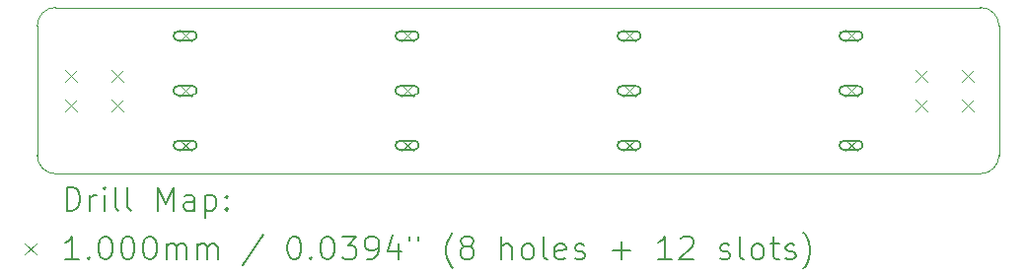
<source format=gbr>
%FSLAX45Y45*%
G04 Gerber Fmt 4.5, Leading zero omitted, Abs format (unit mm)*
G04 Created by KiCad (PCBNEW (6.0.0)) date 2022-03-07 23:18:23*
%MOMM*%
%LPD*%
G01*
G04 APERTURE LIST*
%TA.AperFunction,Profile*%
%ADD10C,0.100000*%
%TD*%
%ADD11C,0.200000*%
%ADD12C,0.100000*%
G04 APERTURE END LIST*
D10*
X16905810Y-6032120D02*
G75*
G03*
X16747070Y-5873380I-158740J0D01*
G01*
X8651330Y-6032120D02*
X8651330Y-7143300D01*
X8810070Y-5873380D02*
X16747070Y-5873380D01*
X16905810Y-6032120D02*
X16905810Y-7143300D01*
X16747070Y-7302040D02*
G75*
G03*
X16905810Y-7143300I0J158740D01*
G01*
X8651330Y-7143300D02*
G75*
G03*
X8810070Y-7302040I158740J0D01*
G01*
X8810070Y-5873380D02*
G75*
G03*
X8651330Y-6032120I0J-158740D01*
G01*
X8810070Y-7302040D02*
X16747070Y-7302040D01*
D11*
D12*
X8890550Y-6412710D02*
X8990550Y-6512710D01*
X8990550Y-6412710D02*
X8890550Y-6512710D01*
X8890550Y-6666710D02*
X8990550Y-6766710D01*
X8990550Y-6666710D02*
X8890550Y-6766710D01*
X9287400Y-6412710D02*
X9387400Y-6512710D01*
X9387400Y-6412710D02*
X9287400Y-6512710D01*
X9287400Y-6666710D02*
X9387400Y-6766710D01*
X9387400Y-6666710D02*
X9287400Y-6766710D01*
X9871250Y-6067710D02*
X9971250Y-6167710D01*
X9971250Y-6067710D02*
X9871250Y-6167710D01*
D11*
X9861250Y-6157710D02*
X9981250Y-6157710D01*
X9861250Y-6077710D02*
X9981250Y-6077710D01*
X9981250Y-6157710D02*
G75*
G03*
X9981250Y-6077710I0J40000D01*
G01*
X9861250Y-6077710D02*
G75*
G03*
X9861250Y-6157710I0J-40000D01*
G01*
D12*
X9871250Y-6537710D02*
X9971250Y-6637710D01*
X9971250Y-6537710D02*
X9871250Y-6637710D01*
D11*
X9861250Y-6627710D02*
X9981250Y-6627710D01*
X9861250Y-6547710D02*
X9981250Y-6547710D01*
X9981250Y-6627710D02*
G75*
G03*
X9981250Y-6547710I0J40000D01*
G01*
X9861250Y-6547710D02*
G75*
G03*
X9861250Y-6627710I0J-40000D01*
G01*
D12*
X9871250Y-7007710D02*
X9971250Y-7107710D01*
X9971250Y-7007710D02*
X9871250Y-7107710D01*
D11*
X9861250Y-7097710D02*
X9981250Y-7097710D01*
X9861250Y-7017710D02*
X9981250Y-7017710D01*
X9981250Y-7097710D02*
G75*
G03*
X9981250Y-7017710I0J40000D01*
G01*
X9861250Y-7017710D02*
G75*
G03*
X9861250Y-7097710I0J-40000D01*
G01*
D12*
X11776130Y-6067710D02*
X11876130Y-6167710D01*
X11876130Y-6067710D02*
X11776130Y-6167710D01*
D11*
X11766130Y-6157710D02*
X11886130Y-6157710D01*
X11766130Y-6077710D02*
X11886130Y-6077710D01*
X11886130Y-6157710D02*
G75*
G03*
X11886130Y-6077710I0J40000D01*
G01*
X11766130Y-6077710D02*
G75*
G03*
X11766130Y-6157710I0J-40000D01*
G01*
D12*
X11776130Y-6537710D02*
X11876130Y-6637710D01*
X11876130Y-6537710D02*
X11776130Y-6637710D01*
D11*
X11766130Y-6627710D02*
X11886130Y-6627710D01*
X11766130Y-6547710D02*
X11886130Y-6547710D01*
X11886130Y-6627710D02*
G75*
G03*
X11886130Y-6547710I0J40000D01*
G01*
X11766130Y-6547710D02*
G75*
G03*
X11766130Y-6627710I0J-40000D01*
G01*
D12*
X11776130Y-7007710D02*
X11876130Y-7107710D01*
X11876130Y-7007710D02*
X11776130Y-7107710D01*
D11*
X11766130Y-7097710D02*
X11886130Y-7097710D01*
X11766130Y-7017710D02*
X11886130Y-7017710D01*
X11886130Y-7097710D02*
G75*
G03*
X11886130Y-7017710I0J40000D01*
G01*
X11766130Y-7017710D02*
G75*
G03*
X11766130Y-7097710I0J-40000D01*
G01*
D12*
X13681010Y-6067710D02*
X13781010Y-6167710D01*
X13781010Y-6067710D02*
X13681010Y-6167710D01*
D11*
X13671010Y-6157710D02*
X13791010Y-6157710D01*
X13671010Y-6077710D02*
X13791010Y-6077710D01*
X13791010Y-6157710D02*
G75*
G03*
X13791010Y-6077710I0J40000D01*
G01*
X13671010Y-6077710D02*
G75*
G03*
X13671010Y-6157710I0J-40000D01*
G01*
D12*
X13681010Y-6537710D02*
X13781010Y-6637710D01*
X13781010Y-6537710D02*
X13681010Y-6637710D01*
D11*
X13671010Y-6627710D02*
X13791010Y-6627710D01*
X13671010Y-6547710D02*
X13791010Y-6547710D01*
X13791010Y-6627710D02*
G75*
G03*
X13791010Y-6547710I0J40000D01*
G01*
X13671010Y-6547710D02*
G75*
G03*
X13671010Y-6627710I0J-40000D01*
G01*
D12*
X13681010Y-7007710D02*
X13781010Y-7107710D01*
X13781010Y-7007710D02*
X13681010Y-7107710D01*
D11*
X13671010Y-7097710D02*
X13791010Y-7097710D01*
X13671010Y-7017710D02*
X13791010Y-7017710D01*
X13791010Y-7097710D02*
G75*
G03*
X13791010Y-7017710I0J40000D01*
G01*
X13671010Y-7017710D02*
G75*
G03*
X13671010Y-7097710I0J-40000D01*
G01*
D12*
X15585890Y-6067710D02*
X15685890Y-6167710D01*
X15685890Y-6067710D02*
X15585890Y-6167710D01*
D11*
X15575890Y-6157710D02*
X15695890Y-6157710D01*
X15575890Y-6077710D02*
X15695890Y-6077710D01*
X15695890Y-6157710D02*
G75*
G03*
X15695890Y-6077710I0J40000D01*
G01*
X15575890Y-6077710D02*
G75*
G03*
X15575890Y-6157710I0J-40000D01*
G01*
D12*
X15585890Y-6537710D02*
X15685890Y-6637710D01*
X15685890Y-6537710D02*
X15585890Y-6637710D01*
D11*
X15575890Y-6627710D02*
X15695890Y-6627710D01*
X15575890Y-6547710D02*
X15695890Y-6547710D01*
X15695890Y-6627710D02*
G75*
G03*
X15695890Y-6547710I0J40000D01*
G01*
X15575890Y-6547710D02*
G75*
G03*
X15575890Y-6627710I0J-40000D01*
G01*
D12*
X15585890Y-7007710D02*
X15685890Y-7107710D01*
X15685890Y-7007710D02*
X15585890Y-7107710D01*
D11*
X15575890Y-7097710D02*
X15695890Y-7097710D01*
X15575890Y-7017710D02*
X15695890Y-7017710D01*
X15695890Y-7097710D02*
G75*
G03*
X15695890Y-7017710I0J40000D01*
G01*
X15575890Y-7017710D02*
G75*
G03*
X15575890Y-7097710I0J-40000D01*
G01*
D12*
X16192650Y-6412710D02*
X16292650Y-6512710D01*
X16292650Y-6412710D02*
X16192650Y-6512710D01*
X16192650Y-6666710D02*
X16292650Y-6766710D01*
X16292650Y-6666710D02*
X16192650Y-6766710D01*
X16589500Y-6412710D02*
X16689500Y-6512710D01*
X16689500Y-6412710D02*
X16589500Y-6512710D01*
X16589500Y-6666710D02*
X16689500Y-6766710D01*
X16689500Y-6666710D02*
X16589500Y-6766710D01*
D11*
X8903949Y-7617516D02*
X8903949Y-7417516D01*
X8951568Y-7417516D01*
X8980140Y-7427040D01*
X8999187Y-7446088D01*
X9008711Y-7465135D01*
X9018235Y-7503230D01*
X9018235Y-7531802D01*
X9008711Y-7569897D01*
X8999187Y-7588945D01*
X8980140Y-7607992D01*
X8951568Y-7617516D01*
X8903949Y-7617516D01*
X9103949Y-7617516D02*
X9103949Y-7484183D01*
X9103949Y-7522278D02*
X9113473Y-7503230D01*
X9122997Y-7493707D01*
X9142044Y-7484183D01*
X9161092Y-7484183D01*
X9227759Y-7617516D02*
X9227759Y-7484183D01*
X9227759Y-7417516D02*
X9218235Y-7427040D01*
X9227759Y-7436564D01*
X9237282Y-7427040D01*
X9227759Y-7417516D01*
X9227759Y-7436564D01*
X9351568Y-7617516D02*
X9332520Y-7607992D01*
X9322997Y-7588945D01*
X9322997Y-7417516D01*
X9456330Y-7617516D02*
X9437282Y-7607992D01*
X9427759Y-7588945D01*
X9427759Y-7417516D01*
X9684901Y-7617516D02*
X9684901Y-7417516D01*
X9751568Y-7560373D01*
X9818235Y-7417516D01*
X9818235Y-7617516D01*
X9999187Y-7617516D02*
X9999187Y-7512754D01*
X9989663Y-7493707D01*
X9970616Y-7484183D01*
X9932520Y-7484183D01*
X9913473Y-7493707D01*
X9999187Y-7607992D02*
X9980140Y-7617516D01*
X9932520Y-7617516D01*
X9913473Y-7607992D01*
X9903949Y-7588945D01*
X9903949Y-7569897D01*
X9913473Y-7550849D01*
X9932520Y-7541326D01*
X9980140Y-7541326D01*
X9999187Y-7531802D01*
X10094425Y-7484183D02*
X10094425Y-7684183D01*
X10094425Y-7493707D02*
X10113473Y-7484183D01*
X10151568Y-7484183D01*
X10170616Y-7493707D01*
X10180140Y-7503230D01*
X10189663Y-7522278D01*
X10189663Y-7579421D01*
X10180140Y-7598468D01*
X10170616Y-7607992D01*
X10151568Y-7617516D01*
X10113473Y-7617516D01*
X10094425Y-7607992D01*
X10275378Y-7598468D02*
X10284901Y-7607992D01*
X10275378Y-7617516D01*
X10265854Y-7607992D01*
X10275378Y-7598468D01*
X10275378Y-7617516D01*
X10275378Y-7493707D02*
X10284901Y-7503230D01*
X10275378Y-7512754D01*
X10265854Y-7503230D01*
X10275378Y-7493707D01*
X10275378Y-7512754D01*
D12*
X8546330Y-7897040D02*
X8646330Y-7997040D01*
X8646330Y-7897040D02*
X8546330Y-7997040D01*
D11*
X9008711Y-8037516D02*
X8894425Y-8037516D01*
X8951568Y-8037516D02*
X8951568Y-7837516D01*
X8932520Y-7866088D01*
X8913473Y-7885135D01*
X8894425Y-7894659D01*
X9094425Y-8018468D02*
X9103949Y-8027992D01*
X9094425Y-8037516D01*
X9084901Y-8027992D01*
X9094425Y-8018468D01*
X9094425Y-8037516D01*
X9227759Y-7837516D02*
X9246806Y-7837516D01*
X9265854Y-7847040D01*
X9275378Y-7856564D01*
X9284901Y-7875611D01*
X9294425Y-7913707D01*
X9294425Y-7961326D01*
X9284901Y-7999421D01*
X9275378Y-8018468D01*
X9265854Y-8027992D01*
X9246806Y-8037516D01*
X9227759Y-8037516D01*
X9208711Y-8027992D01*
X9199187Y-8018468D01*
X9189663Y-7999421D01*
X9180140Y-7961326D01*
X9180140Y-7913707D01*
X9189663Y-7875611D01*
X9199187Y-7856564D01*
X9208711Y-7847040D01*
X9227759Y-7837516D01*
X9418235Y-7837516D02*
X9437282Y-7837516D01*
X9456330Y-7847040D01*
X9465854Y-7856564D01*
X9475378Y-7875611D01*
X9484901Y-7913707D01*
X9484901Y-7961326D01*
X9475378Y-7999421D01*
X9465854Y-8018468D01*
X9456330Y-8027992D01*
X9437282Y-8037516D01*
X9418235Y-8037516D01*
X9399187Y-8027992D01*
X9389663Y-8018468D01*
X9380140Y-7999421D01*
X9370616Y-7961326D01*
X9370616Y-7913707D01*
X9380140Y-7875611D01*
X9389663Y-7856564D01*
X9399187Y-7847040D01*
X9418235Y-7837516D01*
X9608711Y-7837516D02*
X9627759Y-7837516D01*
X9646806Y-7847040D01*
X9656330Y-7856564D01*
X9665854Y-7875611D01*
X9675378Y-7913707D01*
X9675378Y-7961326D01*
X9665854Y-7999421D01*
X9656330Y-8018468D01*
X9646806Y-8027992D01*
X9627759Y-8037516D01*
X9608711Y-8037516D01*
X9589663Y-8027992D01*
X9580140Y-8018468D01*
X9570616Y-7999421D01*
X9561092Y-7961326D01*
X9561092Y-7913707D01*
X9570616Y-7875611D01*
X9580140Y-7856564D01*
X9589663Y-7847040D01*
X9608711Y-7837516D01*
X9761092Y-8037516D02*
X9761092Y-7904183D01*
X9761092Y-7923230D02*
X9770616Y-7913707D01*
X9789663Y-7904183D01*
X9818235Y-7904183D01*
X9837282Y-7913707D01*
X9846806Y-7932754D01*
X9846806Y-8037516D01*
X9846806Y-7932754D02*
X9856330Y-7913707D01*
X9875378Y-7904183D01*
X9903949Y-7904183D01*
X9922997Y-7913707D01*
X9932520Y-7932754D01*
X9932520Y-8037516D01*
X10027759Y-8037516D02*
X10027759Y-7904183D01*
X10027759Y-7923230D02*
X10037282Y-7913707D01*
X10056330Y-7904183D01*
X10084901Y-7904183D01*
X10103949Y-7913707D01*
X10113473Y-7932754D01*
X10113473Y-8037516D01*
X10113473Y-7932754D02*
X10122997Y-7913707D01*
X10142044Y-7904183D01*
X10170616Y-7904183D01*
X10189663Y-7913707D01*
X10199187Y-7932754D01*
X10199187Y-8037516D01*
X10589663Y-7827992D02*
X10418235Y-8085135D01*
X10846806Y-7837516D02*
X10865854Y-7837516D01*
X10884901Y-7847040D01*
X10894425Y-7856564D01*
X10903949Y-7875611D01*
X10913473Y-7913707D01*
X10913473Y-7961326D01*
X10903949Y-7999421D01*
X10894425Y-8018468D01*
X10884901Y-8027992D01*
X10865854Y-8037516D01*
X10846806Y-8037516D01*
X10827759Y-8027992D01*
X10818235Y-8018468D01*
X10808711Y-7999421D01*
X10799187Y-7961326D01*
X10799187Y-7913707D01*
X10808711Y-7875611D01*
X10818235Y-7856564D01*
X10827759Y-7847040D01*
X10846806Y-7837516D01*
X10999187Y-8018468D02*
X11008711Y-8027992D01*
X10999187Y-8037516D01*
X10989663Y-8027992D01*
X10999187Y-8018468D01*
X10999187Y-8037516D01*
X11132520Y-7837516D02*
X11151568Y-7837516D01*
X11170616Y-7847040D01*
X11180140Y-7856564D01*
X11189663Y-7875611D01*
X11199187Y-7913707D01*
X11199187Y-7961326D01*
X11189663Y-7999421D01*
X11180140Y-8018468D01*
X11170616Y-8027992D01*
X11151568Y-8037516D01*
X11132520Y-8037516D01*
X11113473Y-8027992D01*
X11103949Y-8018468D01*
X11094425Y-7999421D01*
X11084901Y-7961326D01*
X11084901Y-7913707D01*
X11094425Y-7875611D01*
X11103949Y-7856564D01*
X11113473Y-7847040D01*
X11132520Y-7837516D01*
X11265854Y-7837516D02*
X11389663Y-7837516D01*
X11322997Y-7913707D01*
X11351568Y-7913707D01*
X11370616Y-7923230D01*
X11380139Y-7932754D01*
X11389663Y-7951802D01*
X11389663Y-7999421D01*
X11380139Y-8018468D01*
X11370616Y-8027992D01*
X11351568Y-8037516D01*
X11294425Y-8037516D01*
X11275378Y-8027992D01*
X11265854Y-8018468D01*
X11484901Y-8037516D02*
X11522997Y-8037516D01*
X11542044Y-8027992D01*
X11551568Y-8018468D01*
X11570616Y-7989897D01*
X11580139Y-7951802D01*
X11580139Y-7875611D01*
X11570616Y-7856564D01*
X11561092Y-7847040D01*
X11542044Y-7837516D01*
X11503949Y-7837516D01*
X11484901Y-7847040D01*
X11475378Y-7856564D01*
X11465854Y-7875611D01*
X11465854Y-7923230D01*
X11475378Y-7942278D01*
X11484901Y-7951802D01*
X11503949Y-7961326D01*
X11542044Y-7961326D01*
X11561092Y-7951802D01*
X11570616Y-7942278D01*
X11580139Y-7923230D01*
X11751568Y-7904183D02*
X11751568Y-8037516D01*
X11703949Y-7827992D02*
X11656330Y-7970849D01*
X11780139Y-7970849D01*
X11846806Y-7837516D02*
X11846806Y-7875611D01*
X11922997Y-7837516D02*
X11922997Y-7875611D01*
X12218235Y-8113707D02*
X12208711Y-8104183D01*
X12189663Y-8075611D01*
X12180139Y-8056564D01*
X12170616Y-8027992D01*
X12161092Y-7980373D01*
X12161092Y-7942278D01*
X12170616Y-7894659D01*
X12180139Y-7866088D01*
X12189663Y-7847040D01*
X12208711Y-7818468D01*
X12218235Y-7808945D01*
X12322997Y-7923230D02*
X12303949Y-7913707D01*
X12294425Y-7904183D01*
X12284901Y-7885135D01*
X12284901Y-7875611D01*
X12294425Y-7856564D01*
X12303949Y-7847040D01*
X12322997Y-7837516D01*
X12361092Y-7837516D01*
X12380139Y-7847040D01*
X12389663Y-7856564D01*
X12399187Y-7875611D01*
X12399187Y-7885135D01*
X12389663Y-7904183D01*
X12380139Y-7913707D01*
X12361092Y-7923230D01*
X12322997Y-7923230D01*
X12303949Y-7932754D01*
X12294425Y-7942278D01*
X12284901Y-7961326D01*
X12284901Y-7999421D01*
X12294425Y-8018468D01*
X12303949Y-8027992D01*
X12322997Y-8037516D01*
X12361092Y-8037516D01*
X12380139Y-8027992D01*
X12389663Y-8018468D01*
X12399187Y-7999421D01*
X12399187Y-7961326D01*
X12389663Y-7942278D01*
X12380139Y-7932754D01*
X12361092Y-7923230D01*
X12637282Y-8037516D02*
X12637282Y-7837516D01*
X12722997Y-8037516D02*
X12722997Y-7932754D01*
X12713473Y-7913707D01*
X12694425Y-7904183D01*
X12665854Y-7904183D01*
X12646806Y-7913707D01*
X12637282Y-7923230D01*
X12846806Y-8037516D02*
X12827758Y-8027992D01*
X12818235Y-8018468D01*
X12808711Y-7999421D01*
X12808711Y-7942278D01*
X12818235Y-7923230D01*
X12827758Y-7913707D01*
X12846806Y-7904183D01*
X12875378Y-7904183D01*
X12894425Y-7913707D01*
X12903949Y-7923230D01*
X12913473Y-7942278D01*
X12913473Y-7999421D01*
X12903949Y-8018468D01*
X12894425Y-8027992D01*
X12875378Y-8037516D01*
X12846806Y-8037516D01*
X13027758Y-8037516D02*
X13008711Y-8027992D01*
X12999187Y-8008945D01*
X12999187Y-7837516D01*
X13180139Y-8027992D02*
X13161092Y-8037516D01*
X13122997Y-8037516D01*
X13103949Y-8027992D01*
X13094425Y-8008945D01*
X13094425Y-7932754D01*
X13103949Y-7913707D01*
X13122997Y-7904183D01*
X13161092Y-7904183D01*
X13180139Y-7913707D01*
X13189663Y-7932754D01*
X13189663Y-7951802D01*
X13094425Y-7970849D01*
X13265854Y-8027992D02*
X13284901Y-8037516D01*
X13322997Y-8037516D01*
X13342044Y-8027992D01*
X13351568Y-8008945D01*
X13351568Y-7999421D01*
X13342044Y-7980373D01*
X13322997Y-7970849D01*
X13294425Y-7970849D01*
X13275378Y-7961326D01*
X13265854Y-7942278D01*
X13265854Y-7932754D01*
X13275378Y-7913707D01*
X13294425Y-7904183D01*
X13322997Y-7904183D01*
X13342044Y-7913707D01*
X13589663Y-7961326D02*
X13742044Y-7961326D01*
X13665854Y-8037516D02*
X13665854Y-7885135D01*
X14094425Y-8037516D02*
X13980139Y-8037516D01*
X14037282Y-8037516D02*
X14037282Y-7837516D01*
X14018235Y-7866088D01*
X13999187Y-7885135D01*
X13980139Y-7894659D01*
X14170616Y-7856564D02*
X14180139Y-7847040D01*
X14199187Y-7837516D01*
X14246806Y-7837516D01*
X14265854Y-7847040D01*
X14275378Y-7856564D01*
X14284901Y-7875611D01*
X14284901Y-7894659D01*
X14275378Y-7923230D01*
X14161092Y-8037516D01*
X14284901Y-8037516D01*
X14513473Y-8027992D02*
X14532520Y-8037516D01*
X14570616Y-8037516D01*
X14589663Y-8027992D01*
X14599187Y-8008945D01*
X14599187Y-7999421D01*
X14589663Y-7980373D01*
X14570616Y-7970849D01*
X14542044Y-7970849D01*
X14522997Y-7961326D01*
X14513473Y-7942278D01*
X14513473Y-7932754D01*
X14522997Y-7913707D01*
X14542044Y-7904183D01*
X14570616Y-7904183D01*
X14589663Y-7913707D01*
X14713473Y-8037516D02*
X14694425Y-8027992D01*
X14684901Y-8008945D01*
X14684901Y-7837516D01*
X14818235Y-8037516D02*
X14799187Y-8027992D01*
X14789663Y-8018468D01*
X14780139Y-7999421D01*
X14780139Y-7942278D01*
X14789663Y-7923230D01*
X14799187Y-7913707D01*
X14818235Y-7904183D01*
X14846806Y-7904183D01*
X14865854Y-7913707D01*
X14875378Y-7923230D01*
X14884901Y-7942278D01*
X14884901Y-7999421D01*
X14875378Y-8018468D01*
X14865854Y-8027992D01*
X14846806Y-8037516D01*
X14818235Y-8037516D01*
X14942044Y-7904183D02*
X15018235Y-7904183D01*
X14970616Y-7837516D02*
X14970616Y-8008945D01*
X14980139Y-8027992D01*
X14999187Y-8037516D01*
X15018235Y-8037516D01*
X15075378Y-8027992D02*
X15094425Y-8037516D01*
X15132520Y-8037516D01*
X15151568Y-8027992D01*
X15161092Y-8008945D01*
X15161092Y-7999421D01*
X15151568Y-7980373D01*
X15132520Y-7970849D01*
X15103949Y-7970849D01*
X15084901Y-7961326D01*
X15075378Y-7942278D01*
X15075378Y-7932754D01*
X15084901Y-7913707D01*
X15103949Y-7904183D01*
X15132520Y-7904183D01*
X15151568Y-7913707D01*
X15227758Y-8113707D02*
X15237282Y-8104183D01*
X15256330Y-8075611D01*
X15265854Y-8056564D01*
X15275378Y-8027992D01*
X15284901Y-7980373D01*
X15284901Y-7942278D01*
X15275378Y-7894659D01*
X15265854Y-7866088D01*
X15256330Y-7847040D01*
X15237282Y-7818468D01*
X15227758Y-7808945D01*
M02*

</source>
